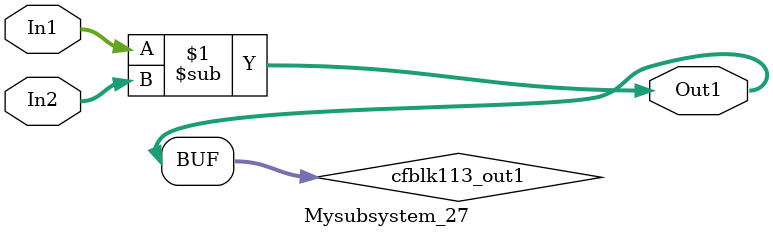
<source format=v>



`timescale 1 ns / 1 ns

module Mysubsystem_27
          (In1,
           In2,
           Out1);


  input   [7:0] In1;  // uint8
  input   [7:0] In2;  // uint8
  output  [7:0] Out1;  // uint8


  wire [7:0] cfblk113_out1;  // uint8


  assign cfblk113_out1 = In1 - In2;



  assign Out1 = cfblk113_out1;

endmodule  // Mysubsystem_27


</source>
